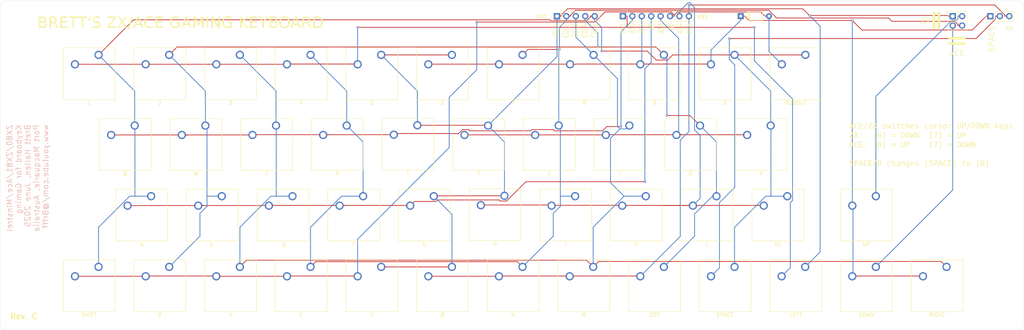
<source format=kicad_pcb>
(kicad_pcb (version 20241229) (generator "pcbnew") (generator_version "9.0")
  (title_block (title "ZX80 Gaming Keyboard") (date "27-Jun-2025") (rev "C") (company "Brett Hallen") (comment 1 "www.youtube.com/@Brfff"))
  (layers (0 "F.Cu" signal) (2 "B.Cu" signal) (13 "F.Paste" user) (15 "B.Paste" user) (5 "F.SilkS" user "F.Silkscreen") (7 "B.SilkS" user "B.Silkscreen") (1 "F.Mask" user) (3 "B.Mask" user) (25 "Edge.Cuts" user))
  (net 0 "")
  (net 1 "COL1")
  (net 2 "COL5")
  (net 3 "COL2")
  (net 4 "COL3")
  (net 5 "COL4")
  (net 6 "A9")
  (net 7 "A15")
  (net 8 "A11")
  (net 9 "A12")
  (net 10 "A13")
  (net 11 "A10")
  (net 12 "A8")
  (net 13 "A14")
  (net 14 "Net-(J3-Pin_2)")
  (net 15 "CUR_UP")
  (net 16 "CUR_DOWN")
  (footprint "Button_Switch_Keyboard:SW_Cherry_MX_1.00u_PCB" (layer "F.Cu") (at 217.2186 172.1856)
    (property "Reference" "SW37" (hide yes))
    (property "Value" "N")
  )
  (footprint "Button_Switch_Keyboard:SW_Cherry_MX_1.00u_PCB" (layer "F.Cu") (at 293.4637 115.0356)
    (property "Reference" "SW45" (hide yes))
    (property "Value" "RUBOUT")
  )
  (footprint "Button_Switch_Keyboard:SW_Cherry_MX_1.00u_PCB" (layer "F.Cu") (at 246.0186 134.0856)
    (property "Reference" "SW18" (hide yes))
    (property "Value" "I")
  )
  (footprint "Button_Switch_Keyboard:SW_Cherry_MX_1.00u_PCB" (layer "F.Cu") (at 117.0936 153.1356)
    (property "Reference" "SW21" (hide yes))
    (property "Value" "A")
  )
  (footprint "Button_Switch_Keyboard:SW_Cherry_MX_1.00u_PCB" (layer "F.Cu") (at 236.3738 115.0356)
    (property "Reference" "SW8" (hide yes))
    (property "Value" "8")
  )
  (footprint "Connector_PinHeader_2.54mm:PinHeader_1x03_P2.54mm_Vertical" (layer "F.Cu") (at 343.3436 104.5956 90)
    (property "Reference" "J3" (hide yes))
    (property "Value" "SPACE_ZERO" (hide yes))
  )
  (footprint "Button_Switch_Keyboard:SW_Cherry_MX_1.00u_PCB" (layer "F.Cu") (at 121.9686 172.1856)
    (property "Reference" "SW32" (hide yes))
    (property "Value" "Z")
  )
  (footprint "Button_Switch_Keyboard:SW_Cherry_MX_1.00u_PCB" (layer "F.Cu") (at 160.0686 115.0356)
    (property "Reference" "SW4" (hide yes))
    (property "Value" "4")
  )
  (footprint "Button_Switch_Keyboard:SW_Cherry_MX_1.00u_PCB" (layer "F.Cu") (at 207.9186 134.0856)
    (property "Reference" "SW16" (hide yes))
    (property "Value" "Y")
  )
  (footprint "Button_Switch_Keyboard:SW_Cherry_MX_1.00u_PCB" (layer "F.Cu") (at 265.0686 134.0856)
    (property "Reference" "SW19" (hide yes))
    (property "Value" "O")
  )
  (footprint "Button_Switch_Keyboard:SW_Cherry_MX_1.00u_PCB" (layer "F.Cu") (at 141.0186 115.0356)
    (property "Reference" "SW3" (hide yes))
    (property "Value" "3")
  )
  (footprint "Button_Switch_Keyboard:SW_Cherry_MX_1.00u_PCB" (layer "F.Cu") (at 121.9686 115.0356)
    (property "Reference" "SW2" (hide yes))
    (property "Value" "2")
  )
  (footprint "Connector_PinHeader_2.54mm:PinHeader_1x08_P2.54mm_Vertical" (layer "F.Cu") (at 244.2836 104.5956 90)
    (property "Reference" "J2" (hide yes))
    (property "Value" "KB2")
  )
  (footprint "Button_Switch_Keyboard:SW_Cherry_MX_1.00u_PCB" (layer "F.Cu") (at 331.5186 172.1856)
    (property "Reference" "SW44" (hide yes))
    (property "Value" "RIGHT")
  )
  (footprint "Button_Switch_Keyboard:SW_Cherry_MX_1.00u_PCB" (layer "F.Cu") (at 179.1186 172.1856)
    (property "Reference" "SW35" (hide yes))
    (property "Value" "V")
  )
  (footprint "Button_Switch_Keyboard:SW_Cherry_MX_1.00u_PCB" (layer "F.Cu") (at 312.4686 172.1856)
    (property "Reference" "SW42" (hide yes))
    (property "Value" "DOWN")
  )
  (footprint "Button_Switch_Keyboard:SW_Cherry_MX_1.00u_PCB" (layer "F.Cu") (at 288.5872 153.1356)
    (property "Reference" "SW30" (hide yes))
    (property "Value" "NL")
  )
  (footprint "Button_Switch_Keyboard:SW_Cherry_MX_1.00u_PCB" (layer "F.Cu") (at 274.3686 115.0356)
    (property "Reference" "SW10" (hide yes))
    (property "Value" "0")
  )
  (footprint "Button_Switch_Keyboard:SW_Cherry_MX_1.00u_PCB" (layer "F.Cu") (at 312.4686 153.1356)
    (property "Reference" "SW43" (hide yes))
    (property "Value" "UP")
  )
  (footprint "Button_Switch_Keyboard:SW_Cherry_MX_1.00u_PCB" (layer "F.Cu") (at 198.1814 172.1856)
    (property "Reference" "SW36" (hide yes))
    (property "Value" "B")
  )
  (footprint "Button_Switch_Keyboard:SW_Cherry_MX_1.00u_PCB" (layer "F.Cu") (at 255.3186 172.1856)
    (property "Reference" "SW39" (hide yes))
    (property "Value" "DOT")
  )
  (footprint "MountingHole:MountingHole_3.2mm_M3" (layer "F.Cu") (at 82.3786 119.2656)
    (property "Reference" "H3" (hide yes))
    (property "Value" "MountingHole" (hide yes))
  )
  (footprint "Button_Switch_Keyboard:SW_Cherry_MX_1.00u_PCB" (layer "F.Cu") (at 155.1936 153.1356)
    (property "Reference" "SW23" (hide yes))
    (property "Value" "D")
  )
  (footprint "Button_Switch_Keyboard:SW_Cherry_MX_1.00u_PCB" (layer "F.Cu") (at 198.1686 115.0356)
    (property "Reference" "SW6" (hide yes))
    (property "Value" "6")
  )
  (footprint "MountingHole:MountingHole_3.2mm_M3" (layer "F.Cu") (at 346.7786 119.2656)
    (property "Reference" "H4" (hide yes))
    (property "Value" "MountingHole" (hide yes))
  )
  (footprint "Button_Switch_Keyboard:SW_Cherry_MX_1.00u_PCB" (layer "F.Cu") (at 112.6686 134.0856)
    (property "Reference" "SW11" (hide yes))
    (property "Value" "Q")
  )
  (footprint "Button_Switch_Keyboard:SW_Cherry_MX_1.00u_PCB" (layer "F.Cu") (at 255.3186 115.0356)
    (property "Reference" "SW9" (hide yes))
    (property "Value" "9")
  )
  (footprint "Button_Switch_Keyboard:SW_Cherry_MX_1.00u_PCB" (layer "F.Cu") (at 160.0686 172.1856)
    (property "Reference" "SW34" (hide yes))
    (property "Value" "C")
  )
  (footprint "Button_Switch_Keyboard:SW_Cherry_MX_1.00u_PCB" (layer "F.Cu") (at 131.7186 134.0856)
    (property "Reference" "SW12" (hide yes))
    (property "Value" "W")
  )
  (footprint "Diode_THT:D_DO-35_SOD27_P7.62mm_Horizontal" (layer "F.Cu") (at 276.0336 104.5956)
    (property "Reference" "D1" (hide yes))
    (property "Value" "1N4148" (hide yes))
  )
  (footprint "Connector_PinHeader_2.54mm:PinHeader_1x05_P2.54mm_Vertical" (layer "F.Cu") (at 226.5036 104.5956 90)
    (property "Reference" "J1" (hide yes))
    (property "Value" "KB1")
  )
  (footprint "Button_Switch_Keyboard:SW_Cherry_MX_1.00u_PCB" (layer "F.Cu") (at 217.2186 115.0356)
    (property "Reference" "SW7" (hide yes))
    (property "Value" "7")
  )
  (footprint "Connector_PinHeader_2.54mm:PinHeader_2x02_P2.54mm_Vertical" (layer "F.Cu") (at 333.1836 104.5956)
    (property "Reference" "J4" (hide yes))
    (property "Value" "ZX_ACE" (hide yes))
  )
  (footprint "Button_Switch_Keyboard:SW_Cherry_MX_1.00u_PCB" (layer "F.Cu") (at 136.1436 153.1356)
    (property "Reference" "SW22" (hide yes))
    (property "Value" "S")
  )
  (footprint "Button_Switch_Keyboard:SW_Cherry_MX_1.00u_PCB" (layer "F.Cu") (at 102.9186 172.1856)
    (property "Reference" "SW31" (hide yes))
    (property "Value" "SHIFT")
  )
  (footprint "Button_Switch_Keyboard:SW_Cherry_MX_1.00u_PCB" (layer "F.Cu") (at 169.8186 134.0856)
    (property "Reference" "SW14" (hide yes))
    (property "Value" "R")
  )
  (footprint "Button_Switch_Keyboard:SW_Cherry_MX_1.00u_PCB" (layer "F.Cu") (at 231.3936 153.1356)
    (property "Reference" "SW27" (hide yes))
    (property "Value" "J")
  )
  (footprint "MountingHole:MountingHole_3.2mm_M3" (layer "F.Cu") (at 346.9786 177.2656)
    (property "Reference" "H2" (hide yes))
    (property "Value" "MountingHole" (hide yes))
  )
  (footprint "Button_Switch_Keyboard:SW_Cherry_MX_1.00u_PCB" (layer "F.Cu") (at 102.9186 115.0356)
    (property "Reference" "SW1" (hide yes))
    (property "Value" "1")
  )
  (footprint "Button_Switch_Keyboard:SW_Cherry_MX_1.00u_PCB" (layer "F.Cu") (at 250.4436 153.1356)
    (property "Reference" "SW28" (hide yes))
    (property "Value" "K")
  )
  (footprint "Button_Switch_Keyboard:SW_Cherry_MX_1.00u_PCB" (layer "F.Cu") (at 174.2436 153.1356)
    (property "Reference" "SW24" (hide yes))
    (property "Value" "F")
  )
  (footprint "MountingHole:MountingHole_3.2mm_M3" (layer "F.Cu") (at 82.3786 177.2656)
    (property "Reference" "H1" (hide yes))
    (property "Value" "MountingHole" (hide yes))
  )
  (footprint "Button_Switch_Keyboard:SW_Cherry_MX_1.00u_PCB" (layer "F.Cu") (at 150.7686 134.0856)
    (property "Reference" "SW13" (hide yes))
    (property "Value" "E")
  )
  (footprint "Button_Switch_Keyboard:SW_Cherry_MX_1.00u_PCB" (layer "F.Cu") (at 284.1186 134.0856)
    (property "Reference" "SW20" (hide yes))
    (property "Value" "P")
  )
  (footprint "Button_Switch_Keyboard:SW_Cherry_MX_1.00u_PCB" (layer "F.Cu") (at 293.4186 172.1856)
    (property "Reference" "SW41" (hide yes))
    (property "Value" "LEFT")
  )
  (footprint "Button_Switch_Keyboard:SW_Cherry_MX_1.00u_PCB" (layer "F.Cu") (at 274.3686 172.1856)
    (property "Reference" "SW40" (hide yes))
    (property "Value" "SPACE")
  )
  (footprint "Button_Switch_Keyboard:SW_Cherry_MX_1.00u_PCB" (layer "F.Cu") (at 141.0186 172.1856)
    (property "Reference" "SW33" (hide yes))
    (property "Value" "X")
  )
  (footprint "Button_Switch_Keyboard:SW_Cherry_MX_1.00u_PCB" (layer "F.Cu") (at 226.9686 134.0856)
    (property "Reference" "SW17" (hide yes))
    (property "Value" "U")
  )
  (footprint "Button_Switch_Keyboard:SW_Cherry_MX_1.00u_PCB" (layer "F.Cu") (at 193.2936 153.1356)
    (property "Reference" "SW25" (hide yes))
    (property "Value" "G")
  )
  (footprint "Button_Switch_Keyboard:SW_Cherry_MX_1.00u_PCB" (layer "F.Cu") (at 212.3436 153.019)
    (property "Reference" "SW26" (hide yes))
    (property "Value" "H")
  )
  (footprint "Button_Switch_Keyboard:SW_Cherry_MX_1.00u_PCB" (layer "F.Cu") (at 269.4936 153.1356)
    (property "Reference" "SW29" (hide yes))
    (property "Value" "L")
  )
  (footprint "Button_Switch_Keyboard:SW_Cherry_MX_1.00u_PCB" (layer "F.Cu") (at 188.8686 134.0113)
    (property "Reference" "SW15" (hide yes))
    (property "Value" "T")
  )
  (footprint "Button_Switch_Keyboard:SW_Cherry_MX_1.00u_PCB" (layer "F.Cu") (at 179.1186 115.0356)
    (property "Reference" "SW5" (hide yes))
    (property "Value" "5")
  )
  (footprint "Button_Switch_Keyboard:SW_Cherry_MX_1.00u_PCB" (layer "F.Cu") (at 236.2686 172.1856)
    (property "Reference" "SW38" (hide yes))
    (property "Value" "M")
  )
  (gr_poly (pts (xy 332.079591 112.125191) (xy 332.079591 111.825191) (xy 332.179591 111.725191) (xy 336.479591 111.725191) (xy 336.579591 111.825191) (xy 336.579591 112.125191) (xy 336.479591 112.225191) (xy 332.179591 112.225191)) (stroke (width 0.2)) (fill yes) (layer "F.SilkS"))
  (gr_poly (pts (xy 329.319531 103.526825) (xy 329.619531 103.526825) (xy 329.719531 103.626825) (xy 329.719531 107.926825) (xy 329.619531 108.026825) (xy 329.319531 108.026825) (xy 329.219531 107.926825) (xy 329.219531 103.626825)) (stroke (width 0.2)) (fill yes) (layer "F.SilkS"))
  (gr_poly (pts (xy 332.079591 110.725191) (xy 332.079591 110.425191) (xy 332.179591 110.325191) (xy 336.479591 110.325191) (xy 336.579591 110.425191) (xy 336.579591 110.725191) (xy 336.479591 110.825191) (xy 332.179591 110.825191)) (stroke (width 0.2)) (fill yes) (layer "F.SilkS"))
  (gr_poly (pts (xy 327.919531 103.526825) (xy 328.219531 103.526825) (xy 328.319531 103.626825) (xy 328.319531 107.926825) (xy 328.219531 108.026825) (xy 327.919531 108.026825) (xy 327.819531 107.926825) (xy 327.819531 103.626825)) (stroke (width 0.2)) (fill yes) (layer "F.SilkS"))
  (gr_arc (start 78.378594 189.265581) (mid 76.964391 188.679791) (end 76.378594 187.265581) (stroke (width 0.05)) (layer "Edge.Cuts"))
  (gr_line (start 352.378594 102.265581) (end 352.378594 187.265581) (stroke (width 0.05)) (layer "Edge.Cuts"))
  (gr_arc (start 350.378594 100.265581) (mid 351.792808 100.851367) (end 352.378594 102.265581) (stroke (width 0.05)) (layer "Edge.Cuts"))
  (gr_line (start 76.378594 187.265581) (end 76.378594 102.265581) (stroke (width 0.05)) (layer "Edge.Cuts"))
  (gr_arc (start 352.378594 187.265581) (mid 351.792808 188.679795) (end 350.378594 189.265581) (stroke (width 0.05)) (layer "Edge.Cuts"))
  (gr_line (start 78.378594 100.265581) (end 350.378594 100.265581) (stroke (width 0.05)) (layer "Edge.Cuts"))
  (gr_line (start 350.378594 189.265581) (end 78.378594 189.265581) (stroke (width 0.05)) (layer "Edge.Cuts"))
  (gr_arc (start 76.378594 102.265581) (mid 76.964387 100.851378) (end 78.378594 100.265581) (stroke (width 0.05)) (layer "Edge.Cuts"))
  (gr_text "Rev. C" (at 78.9686 186.4156 0) (layer "F.SilkS") (effects (font (size 1.5 1.5) (thickness 0.3) (bold yes)) (justify left bottom)))
  (gr_text "ACE" (at 332.139279 115.462682 0) (layer "F.SilkS") (effects (font (size 1.5 1.5)) (justify left bottom)))
  (gr_text "BRETT'S ZX/ACE GAMING KEYBOARD" (at 86.378594 108.265581 0) (layer "F.SilkS") (effects (font (size 3 3)) (justify left bottom)))
  (gr_text "ACE/ZX switches cursor UP/DOWN keys\nZX:  [6] = DOWN  [7] = UP\nACE: [6] = UP    [7] = DOWN\n\nSPACE/0 changes [SPACE] to [0]" (at 305.2436 145.2356 0) (layer "F.SilkS") (effects (font (size 1.5 1.5) (thickness 0.1)) (justify left bottom)))
  (gr_text "SPACE\n\n0" (at 349.330913 107.113489 90) (layer "F.SilkS") (effects (font (size 1.5 1.5)) (justify right bottom)))
  (gr_text "COL1\nCOL2\nCOL3\nCOL4\nCOL5" (at 237.528818 110.487714 90) (layer "F.SilkS") (effects (font (size 1.6 1)) (justify left bottom)))
  (gr_text "A11\nA10\nA12\nA9\nA13\nA8\nA14\nA15" (at 263.180561 106.3956 90) (layer "F.SilkS") (effects (font (size 1.6 1)) (justify right bottom)))
  (gr_text "ZX" (at 324.28442 106.715129 0) (layer "F.SilkS") (effects (font (size 1.5 1.5)) (justify left bottom)))
  (gr_text_box "ZX80/ZX81/Ace/Minstrel Keyboard for Gaming\nBrett Hallen, June 2025\nPort Macquarie, Australia\nwww.youtube.com/@Brfff" (start 86.0786 165.6106) (end 77.0786 132.7406) (margins 1.0025 1.0025 1.0025 1.0025) (angle 90) (layer "B.SilkS") (effects (font (size 1.5 1.5)) (justify left top mirror)) (border no))
  (segment (start 207.8443 134.0113) (end 207.9186 134.0856) (width 0.2) (layer "F.Cu") (net 1))
  (segment (start 333.1836 104.5956) (end 332.0319 104.5956) (width 0.2) (layer "F.Cu") (net 1))
  (segment (start 212.3436 153.019) (end 193.4102 153.019) (width 0.2) (layer "F.Cu") (net 1))
  (segment (start 188.8686 134.0113) (end 207.8443 134.0113) (width 0.2) (layer "F.Cu") (net 1))
  (segment (start 294.5663 104.4118) (end 292.7568 102.6023) (width 0.2) (layer "F.Cu") (net 1))
  (segment (start 179.1186 115.0356) (end 198.1686 115.0356) (width 0.2) (layer "F.Cu") (net 1))
  (segment (start 193.4102 153.019) (end 193.2936 153.1356) (width 0.2) (layer "F.Cu") (net 1))
  (segment (start 198.1814 172.1856) (end 179.1186 172.1856) (width 0.2) (layer "F.Cu") (net 1))
  (segment (start 227.6553 104.3076) (end 227.6553 104.5956) (width 0.2) (layer "F.Cu") (net 1))
  (segment (start 229.3606 102.6023) (end 227.6553 104.3076) (width 0.2) (layer "F.Cu") (net 1))
  (segment (start 292.7568 102.6023) (end 229.3606 102.6023) (width 0.2) (layer "F.Cu") (net 1))
  (segment (start 331.8481 104.4118) (end 294.5663 104.4118) (width 0.2) (layer "F.Cu") (net 1))
  (segment (start 226.5036 104.5956) (end 227.6553 104.5956) (width 0.2) (layer "F.Cu") (net 1))
  (segment (start 332.0319 104.5956) (end 331.8481 104.4118) (width 0.2) (layer "F.Cu") (net 1))
  (via (at 294.5663 104.4118) (size 0.6) (drill 0.3) (layers "F.Cu" "B.Cu") (net 1))
  (segment (start 198.1814 172.1856) (end 198.1814 158.0234) (width 0.2) (layer "B.Cu") (net 1))
  (segment (start 212.3436 138.5106) (end 207.9186 134.0856) (width 0.2) (layer "B.Cu") (net 1))
  (segment (start 226.5036 115.5006) (end 207.9186 134.0856) (width 0.2) (layer "B.Cu") (net 1))
  (segment (start 226.5036 104.5956) (end 226.5036 115.5006) (width 0.2) (layer "B.Cu") (net 1))
  (segment (start 198.1814 158.0234) (end 193.2936 153.1356) (width 0.2) (layer "B.Cu") (net 1))
  (segment (start 179.1186 115.0356) (end 188.8686 124.7856) (width 0.2) (layer "B.Cu") (net 1))
  (segment (start 293.4186 172.1856) (end 297.4544 168.1498) (width 0.2) (layer "B.Cu") (net 1))
  (segment (start 188.8686 124.7856) (end 188.8686 134.0113) (width 0.2) (layer "B.Cu") (net 1))
  (segment (start 297.4544 107.2999) (end 294.5663 104.4118) (width 0.2) (layer "B.Cu") (net 1))
  (segment (start 297.4544 168.1498) (end 297.4544 107.2999) (width 0.2) (layer "B.Cu") (net 1))
  (segment (start 212.3436 153.019) (end 212.3436 138.5106) (width 0.2) (layer "B.Cu") (net 1))
  (segment (start 256.3139 116.4403) (end 253.2526 116.4403) (width 0.2) (layer "F.Cu") (net 2))
  (segment (start 234.5879 105.7881) (end 235.5119 104.8641) (width 0.2) (layer "F.Cu") (net 2))
  (segment (start 224.7966 105.7881) (end 234.5879 105.7881) (width 0.2) (layer "F.Cu") (net 2))
  (segment (start 250.8327 114.0204) (end 238.5485 114.0204) (width 0.2) (layer "F.Cu") (net 2))
  (segment (start 293.4637 115.0356) (end 274.3686 115.0356) (width 0.2) (layer "F.Cu") (net 2))
  (segment (start 224.5835 105.575) (end 224.7966 105.7881) (width 0.2) (layer "F.Cu") (net 2))
  (segment (start 112.3792 105.575) (end 224.5835 105.575) (width 0.2) (layer "F.Cu") (net 2))
  (segment (start 253.2526 116.4403) (end 250.8327 114.0204) (width 0.2) (layer "F.Cu") (net 2))
  (segment (start 274.3686 115.0356) (end 257.7186 115.0356) (width 0.2) (layer "F.Cu") (net 2))
  (segment (start 235.5119 104.8641) (end 235.5119 104.5956) (width 0.2) (layer "F.Cu") (net 2))
  (segment (start 102.9186 115.0356) (end 112.3792 105.575) (width 0.2) (layer "F.Cu") (net 2))
  (segment (start 236.6636 104.5956) (end 235.5119 104.5956) (width 0.2) (layer "F.Cu") (net 2))
  (segment (start 257.7186 115.0356) (end 256.3139 116.4403) (width 0.2) (layer "F.Cu") (net 2))
  (via (at 238.5485 114.0204) (size 0.6) (drill 0.3) (layers "F.Cu" "B.Cu") (net 2))
  (segment (start 284.1186 134.0856) (end 284.1186 124.7856) (width 0.2) (layer "B.Cu") (net 2))
  (segment (start 282.7739 153.1356) (end 284.1694 153.1356) (width 0.2) (layer "B.Cu") (net 2))
  (segment (start 284.1694 153.1356) (end 288.5872 153.1356) (width 0.2) (layer "B.Cu") (net 2))
  (segment (start 284.1186 124.7856) (end 274.3686 115.0356) (width 0.2) (layer "B.Cu") (net 2))
  (segment (start 112.6686 134.0856) (end 112.7194 134.1364) (width 0.2) (layer "B.Cu") (net 2))
  (segment (start 102.9186 115.0356) (end 112.6686 124.7856) (width 0.2) (layer "B.Cu") (net 2))
  (segment (start 284.1186 134.0856) (end 284.1694 134.1364) (width 0.2) (layer "B.Cu") (net 2))
  (segment (start 112.6686 124.7856) (end 112.6686 134.0856) (width 0.2) (layer "B.Cu") (net 2))
  (segment (start 274.3686 172.1856) (end 274.3686 161.5409) (width 0.2) (layer "B.Cu") (net 2))
  (segment (start 102.9186 161.5053) (end 111.2883 153.1356) (width 0.2) (layer "B.Cu") (net 2))
  (segment (start 112.7194 134.1364) (end 112.7194 153.1356) (width 0.2) (layer "B.Cu") (net 2))
  (segment (start 238.5485 114.0204) (end 238.5485 107.6322) (width 0.2) (layer "B.Cu") (net 2))
  (segment (start 236.6636 104.5956) (end 236.6636 105.7473) (width 0.2) (layer "B.Cu") (net 2))
  (segment (start 284.1694 134.1364) (end 284.1694 153.1356) (width 0.2) (layer "B.Cu") (net 2))
  (segment (start 102.9186 172.1856) (end 102.9186 161.5053) (width 0.2) (layer "B.Cu") (net 2))
  (segment (start 238.5485 107.6322) (end 236.6636 105.7473) (width 0.2) (layer "B.Cu") (net 2))
  (segment (start 112.7194 153.1356) (end 117.0936 153.1356) (width 0.2) (layer "B.Cu") (net 2))
  (segment (start 111.2883 153.1356) (end 112.7194 153.1356) (width 0.2) (layer "B.Cu") (net 2))
  (segment (start 274.3686 161.5409) (end 282.7739 153.1356) (width 0.2) (layer "B.Cu") (net 2))
  (segment (start 334.5719 107.1356) (end 334.5719 106.8476) (width 0.2) (layer "F.Cu") (net 3))
  (segment (start 316.795 105.9839) (end 315.9069 105.0958) (width 0.2) (layer "F.Cu") (net 3))
  (segment (start 335.7236 107.1356) (end 334.5719 107.1356) (width 0.2) (layer "F.Cu") (net 3))
  (segment (start 333.7082 105.9839) (end 316.795 105.9839) (width 0.2) (layer "F.Cu") (net 3))
  (segment (start 215.8169 170.7839) (end 217.2186 172.1856) (width 0.2) (layer "F.Cu") (net 3))
  (segment (start 230.1953 104.3271) (end 230.1953 104.5956) (width 0.2) (layer "F.Cu") (net 3))
  (segment (start 227.1736 113.5443) (end 218.7099 113.5443) (width 0.2) (layer "F.Cu") (net 3))
  (segment (start 283.6201 103.004) (end 231.5184 103.004) (width 0.2) (layer "F.Cu") (net 3))
  (segment (start 218.7099 113.5443) (end 217.2186 115.0356) (width 0.2) (layer "F.Cu") (net 3))
  (segment (start 315.9069 105.0958) (end 285.7119 105.0958) (width 0.2) (layer "F.Cu") (net 3))
  (segment (start 334.5719 106.8476) (end 333.7082 105.9839) (width 0.2) (layer "F.Cu") (net 3))
  (segment (start 229.0436 104.5956) (end 230.1953 104.5956) (width 0.2) (layer "F.Cu") (net 3))
  (segment (start 285.7119 105.0958) (end 283.6201 103.004) (width 0.2) (layer "F.Cu") (net 3))
  (segment (start 160.0686 172.1856) (end 161.4703 170.7839) (width 0.2) (layer "F.Cu") (net 3))
  (segment (start 161.4703 170.7839) (end 215.8169 170.7839) (width 0.2) (layer "F.Cu") (net 3))
  (segment (start 231.5184 103.004) (end 230.1953 104.3271) (width 0.2) (layer "F.Cu") (net 3))
  (via (at 227.1736 113.5443) (size 0.6) (drill 0.3) (layers "F.Cu" "B.Cu") (net 3))
  (segment (start 226.9788 113.7391) (end 226.9788 134.0856) (width 0.2) (layer "B.Cu") (net 3))
  (segment (start 160.0686 161.5012) (end 168.4342 153.1356) (width 0.2) (layer "B.Cu") (net 3))
  (segment (start 169.8186 134.0856) (end 169.8186 124.7856) (width 0.2) (layer "B.Cu") (net 3))
  (segment (start 226.9686 134.0856) (end 226.9788 134.0856) (width 0.2) (layer "B.Cu") (net 3))
  (segment (start 227.4055 153.1356) (end 227.4055 155.8656) (width 0.2) (layer "B.Cu") (net 3))
  (segment (start 160.0686 172.1856) (end 160.0686 161.5012) (width 0.2) (layer "B.Cu") (net 3))
  (segment (start 227.4055 134.5123) (end 227.4055 153.1356) (width 0.2) (layer "B.Cu") (net 3))
  (segment (start 225.5005 157.7706) (end 225.5005 163.9037) (width 0.2) (layer "B.Cu") (net 3))
  (segment (start 174.2436 153.1356) (end 174.2436 138.5106) (width 0.2) (layer "B.Cu") (net 3))
  (segment (start 174.2436 138.5106) (end 169.8186 134.0856) (width 0.2) (layer "B.Cu") (net 3))
  (segment (start 225.5005 163.9037) (end 217.2186 172.1856) (width 0.2) (layer "B.Cu") (net 3))
  (segment (start 227.1736 113.5443) (end 226.9788 113.7391) (width 0.2) (layer "B.Cu") (net 3))
  (segment (start 227.1736 107.6173) (end 227.1736 113.5443) (width 0.2) (layer "B.Cu") (net 3))
  (segment (start 227.4055 155.8656) (end 225.5005 157.7706) (width 0.2) (layer "B.Cu") (net 3))
  (segment (start 168.4342 153.1356) (end 174.2436 153.1356) (width 0.2) (layer "B.Cu") (net 3))
  (segment (start 229.0436 104.5956) (end 229.0436 105.7473) (width 0.2) (layer "B.Cu") (net 3))
  (segment (start 169.8186 124.7856) (end 160.0686 115.0356) (width 0.2) (layer "B.Cu") (net 3))
  (segment (start 226.9788 134.0856) (end 227.4055 134.5123) (width 0.2) (layer "B.Cu") (net 3))
  (segment (start 231.3936 153.1356) (end 227.4055 153.1356) (width 0.2) (layer "B.Cu") (net 3))
  (segment (start 229.0436 105.7473) (end 227.1736 107.6173) (width 0.2) (layer "B.Cu") (net 3))
  (segment (start 237.7285 170.7257) (end 236.2686 172.1856) (width 0.2) (layer "F.Cu") (net 4))
  (segment (start 331.5186 172.1856) (end 330.0587 170.7257) (width 0.2) (layer "F.Cu") (net 4))
  (segment (start 142.822 170.3822) (end 141.0186 172.1856) (width 0.2) (layer "F.Cu") (net 4))
  (segment (start 236.2686 172.1856) (end 234.4652 170.3822) (width 0.2) (layer "F.Cu") (net 4))
  (segment (start 330.0587 170.7257) (end 237.7285 170.7257) (width 0.2) (layer "F.Cu") (net 4))
  (segment (start 234.4652 170.3822) (end 142.822 170.3822) (width 0.2) (layer "F.Cu") (net 4))
  (segment (start 242.8047 121.4663) (end 242.8047 134.3229) (width 0.2) (layer "B.Cu") (net 4))
  (segment (start 231.5836 110.2454) (end 233.9787 112.6405) (width 0.2) (layer "B.Cu") (net 4))
  (segment (start 233.9787 112.6405) (end 236.3738 115.0356) (width 0.2) (layer "B.Cu") (net 4))
  (segment (start 240.9269 149.4731) (end 244.5894 153.1356) (width 0.2) (layer "B.Cu") (net 4))
  (segment (start 150.7686 134.0856) (end 150.7686 124.7856) (width 0.2) (layer "B.Cu") (net 4))
  (segment (start 243.4781 134.9963) (end 245.1079 134.9963) (width 0.2) (layer "B.Cu") (net 4))
  (segment (start 236.2686 161.4564) (end 244.5894 153.1356) (width 0.2) (layer "B.Cu") (net 4))
  (segment (start 240.9269 137.5475) (end 240.9269 149.4731) (width 0.2) (layer "B.Cu") (net 4))
  (segment (start 150.8194 153.1356) (end 155.1936 153.1356) (width 0.2) (layer "B.Cu") (net 4))
  (segment (start 150.7686 134.0856) (end 150.8194 134.1364) (width 0.2) (layer "B.Cu") (net 4))
  (segment (start 231.5836 104.5956) (end 231.5836 110.2454) (width 0.2) (layer "B.Cu") (net 4))
  (segment (start 243.4781 134.9963) (end 240.9269 137.5475) (width 0.2) (layer "B.Cu") (net 4))
  (segment (start 141.0186 161.5053) (end 149.3883 153.1356) (width 0.2) (layer "B.Cu") (net 4))
  (segment (start 233.9787 112.6405) (end 233.9789 112.6405) (width 0.2) (layer "B.Cu") (net 4))
  (segment (start 244.5894 153.1356) (end 250.4436 153.1356) (width 0.2) (layer "B.Cu") (net 4))
  (segment (start 236.2686 172.1856) (end 236.2686 161.4564) (width 0.2) (layer "B.Cu") (net 4))
  (segment (start 233.9789 112.6405) (end 242.8047 121.4663) (width 0.2) (layer "B.Cu") (net 4))
  (segment (start 141.0186 172.1856) (end 141.0186 161.5053) (width 0.2) (layer "B.Cu") (net 4))
  (segment (start 242.8047 134.3229) (end 243.4781 134.9963) (width 0.2) (layer "B.Cu") (net 4))
  (segment (start 149.3883 153.1356) (end 150.8194 153.1356) (width 0.2) (layer "B.Cu") (net 4))
  (segment (start 150.7686 124.7856) (end 141.0186 115.0356) (width 0.2) (layer "B.Cu") (net 4))
  (segment (start 245.1079 134.9963) (end 246.0186 134.0856) (width 0.2) (layer "B.Cu") (net 4))
  (segment (start 150.8194 134.1364) (end 150.8194 153.1356) (width 0.2) (layer "B.Cu") (net 4))
  (segment (start 124.0944 112.9098) (end 237.5168 112.9098) (width 0.2) (layer "F.Cu") (net 5))
  (segment (start 253.1928 112.9098) (end 255.3186 115.0356) (width 0.2) (layer "F.Cu") (net 5))
  (segment (start 121.9686 115.0356) (end 124.0944 112.9098) (width 0.2) (layer "F.Cu") (net 5))
  (segment (start 237.5168 112.9098) (end 253.1928 112.9098) (width 0.2) (layer "F.Cu") (net 5))
  (segment (start 265.0686 134.0856) (end 262.3677 131.3847) (width 0.2) (layer "F.Cu") (net 5))
  (segment (start 262.3677 131.3847) (end 256.1318 131.3847) (width 0.2) (layer "F.Cu") (net 5))
  (via (at 256.1318 131.3847) (size 0.6) (drill 0.3) (layers "F.Cu" "B.Cu") (net 5))
  (via (at 237.5168 112.9098) (size 0.6) (drill 0.3) (layers "F.Cu" "B.Cu") (net 5))
  (segment (start 255.3186 115.0356) (end 256.1318 115.8488) (width 0.2) (layer "B.Cu") (net 5))
  (segment (start 263.6005 163.9037) (end 255.3186 172.1856) (width 0.2) (layer "B.Cu") (net 5))
  (segment (start 136.1436 153.1356) (end 132.1555 153.1356) (width 0.2) (layer "B.Cu") (net 5))
  (segment (start 131.7186 134.0856) (end 131.7186 124.7856) (width 0.2) (layer "B.Cu") (net 5))
  (segment (start 131.7186 134.0856) (end 132.1555 134.5225) (width 0.2) (layer "B.Cu") (net 5))
  (segment (start 237.5168 109.1405) (end 237.5168 112.9098) (width 0.2) (layer "B.Cu") (net 5))
  (segment (start 269.4936 153.1356) (end 269.4936 138.5106) (width 0.2) (layer "B.Cu") (net 5))
  (segment (start 269.4936 138.5106) (end 265.0686 134.0856) (width 0.2) (layer "B.Cu") (net 5))
  (segment (start 269.4936 153.1356) (end 268.3841 153.1356) (width 0.2) (layer "B.Cu") (net 5))
  (segment (start 256.1318 115.8488) (end 256.1318 131.3847) (width 0.2) (layer "B.Cu") (net 5))
  (segment (start 130.2505 163.9037) (end 121.9686 172.1856) (width 0.2) (layer "B.Cu") (net 5))
  (segment (start 132.1555 155.8656) (end 130.2505 157.7706) (width 0.2) (layer "B.Cu") (net 5))
  (segment (start 131.7186 124.7856) (end 121.9686 115.0356) (width 0.2) (layer "B.Cu") (net 5))
  (segment (start 132.1555 153.1356) (end 132.1555 155.8656) (width 0.2) (layer "B.Cu") (net 5))
  (segment (start 234.1236 105.7473) (end 237.5168 109.1405) (width 0.2) (layer "B.Cu") (net 5))
  (segment (start 132.1555 134.5225) (end 132.1555 153.1356) (width 0.2) (layer "B.Cu") (net 5))
  (segment (start 268.3841 153.1356) (end 263.6005 157.9192) (width 0.2) (layer "B.Cu") (net 5))
  (segment (start 130.2505 157.7706) (end 130.2505 163.9037) (width 0.2) (layer "B.Cu") (net 5))
  (segment (start 263.6005 157.9192) (end 263.6005 163.9037) (width 0.2) (layer "B.Cu") (net 5))
  (segment (start 234.1236 104.5956) (end 234.1236 105.7473) (width 0.2) (layer "B.Cu") (net 5))
  (segment (start 167.9629 155.6063) (end 167.8936 155.6756) (width 0.2) (layer "F.Cu") (net 6))
  (segment (start 194.2712 154.1404) (end 210.925 154.1404) (width 0.2) (layer "F.Cu") (net 6))
  (segment (start 186.8743 155.6063) (end 169.4763 155.6063) (width 0.2) (layer "F.Cu") (net 6))
  (segment (start 218.1199 149.2251) (end 250.1835 149.2251) (width 0.2) (layer "F.Cu") (net 6))
  (segment (start 129.7936 155.6756) (end 129.8053 155.6639) (width 0.2) (layer "F.Cu") (net 6))
  (segment (start 131.3187 155.6639) (end 148.8319 155.6639) (width 0.2) (layer "F.Cu") (net 6))
  (segment (start 169.4763 155.6063) (end 167.9629 155.6063) (width 0.2) (layer "F.Cu") (net 6))
  (segment (start 188.0819 154.5373) (end 193.8743 154.5373) (width 0.2) (layer "F.Cu") (net 6))
  (segment (start 169.4763 155.6063) (end 148.9129 155.6063) (width 0.2) (layer "F.Cu") (net 6))
  (segment (start 186.9436 155.6756) (end 186.8743 155.6063) (width 0.2) (layer "F.Cu") (net 6))
  (segment (start 110.7553 155.6639) (end 110.7436 155.6756) (width 0.2) (layer "F.Cu") (net 6))
  (segment (start 193.8743 154.5373) (end 194.2712 154.1404) (width 0.2) (layer "F.Cu") (net 6))
  (segment (start 211.2208 154.4362) (end 212.9088 154.4362) (width 0.2) (layer "F.Cu") (net 6))
  (segment (start 129.8053 155.6639) (end 131.3187 155.6639) (width 0.2) (layer "F.Cu") (net 6))
  (segment (start 186.9436 155.6756) (end 188.0819 154.5373) (width 0.2) (layer "F.Cu") (net 6))
  (segment (start 210.925 154.1404) (end 211.2208 154.4362) (width 0.2) (layer "F.Cu") (net 6))
  (segment (start 212.9088 154.4362) (end 218.1199 149.2251) (width 0.2) (layer "F.Cu") (net 6))
  (segment (start 148.8319 155.6639) (end 148.8436 155.6756) (width 0.2) (layer "F.Cu") (net 6))
  (segment (start 148.9129 155.6063) (end 148.8436 155.6756) (width 0.2) (layer "F.Cu") (net 6))
  (segment (start 131.3187 155.6639) (end 110.7553 155.6639) (width 0.2) (layer "F.Cu") (net 6))
  (via (at 250.1835 149.2251) (size 0.6) (drill 0.3) (layers "F.Cu" "B.Cu") (net 6))
  (segment (start 250.1835 118.7853) (end 250.1835 149.2251) (width 0.2) (layer "B.Cu") (net 6))
  (segment (start 251.9036 104.5956) (end 251.9036 117.0652) (width 0.2) (layer "B.Cu") (net 6))
  (segment (start 251.9036 117.0652) (end 250.1835 118.7853) (width 0.2) (layer "B.Cu") (net 6))
  (segment (start 191.8431 174.7139) (end 210.8569 174.7139) (width 0.2) (layer "F.Cu") (net 7))
  (segment (start 248.8993 174.6563) (end 229.9879 174.6563) (width 0.2) (layer "F.Cu") (net 7))
  (segment (start 248.9686 174.7256) (end 248.8993 174.6563) (width 0.2) (layer "F.Cu") (net 7))
  (segment (start 210.9379 174.6563) (end 210.8686 174.7256) (width 0.2) (layer "F.Cu") (net 7))
  (segment (start 348.4236 104.5956) (end 347.2719 104.5956) (width 0.2) (layer "F.Cu") (net 7))
  (segment (start 344.5348 101.59) (end 262.0636 101.59) (width 0.2) (layer "F.Cu") (net 7))
  (segment (start 191.8314 174.7256) (end 191.8431 174.7139) (width 0.2) (layer "F.Cu") (net 7))
  (segment (start 229.9879 174.6563) (end 229.9186 174.7256) (width 0.2) (layer "F.Cu") (net 7))
  (segment (start 229.8493 174.6563) (end 210.9379 174.6563) (width 0.2) (layer "F.Cu") (net 7))
  (segment (start 229.9186 174.7256) (end 229.8493 174.6563) (width 0.2) (layer "F.Cu") (net 7))
  (segment (start 347.2719 104.5956) (end 347.2719 104.3271) (width 0.2) (layer "F.Cu") (net 7))
  (segment (start 210.8569 174.7139) (end 210.8686 174.7256) (width 0.2) (layer "F.Cu") (net 7))
  (segment (start 347.2719 104.3271) (end 344.5348 101.59) (width 0.2) (layer "F.Cu") (net 7))
  (via (at 262.0636 101.59) (size 0.6) (drill 0.3) (layers "F.Cu" "B.Cu") (net 7))
  (segment (start 259.743 163.9512) (end 248.9686 174.7256) (width 0.2) (layer "B.Cu") (net 7))
  (segment (start 262.0636 104.5956) (end 262.0636 135.7052) (width 0.2) (layer "B.Cu") (net 7))
  (segment (start 262.0636 104.0197) (end 262.0636 104.5956) (width 0.2) (layer "B.Cu") (net 7))
  (segment (start 259.743 138.0258) (end 259.743 163.9512) (width 0.2) (layer "B.Cu") (net 7))
  (segment (start 262.0636 104.0197) (end 262.0636 103.4439) (width 0.2) (layer "B.Cu") (net 7))
  (segment (start 262.0636 135.7052) (end 259.743 138.0258) (width 0.2) (layer "B.Cu") (net 7))
  (segment (start 262.0636 103.4439) (end 262.0636 101.59) (width 0.2) (layer "B.Cu") (net 7))
  (segment (start 245.4353 104.5956) (end 245.4353 107.5975) (width 0.2) (layer "F.Cu") (net 8))
  (segment (start 279.7168 107.5975) (end 245.4353 107.5975) (width 0.2) (layer "F.Cu") (net 8))
  (segment (start 172.7686 117.5756) (end 172.6993 117.5063) (width 0.2) (layer "F.Cu") (net 8))
  (segment (start 115.6303 117.5639) (end 134.6569 117.5639) (width 0.2) (layer "F.Cu") (net 8))
  (segment (start 134.6803 117.5639) (end 153.7069 117.5639) (width 0.2) (layer "F.Cu") (net 8))
  (segment (start 115.6186 117.5756) (end 115.6303 117.5639) (width 0.2) (layer "F.Cu") (net 8))
  (segment (start 153.7069 117.5639) (end 153.7186 117.5756) (width 0.2) (layer "F.Cu") (net 8))
  (segment (start 134.6569 117.5639) (end 134.6686 117.5756) (width 0.2) (layer "F.Cu") (net 8))
  (segment (start 172.6993 117.5063) (end 153.7879 117.5063) (width 0.2) (layer "F.Cu") (net 8))
  (segment (start 115.6069 117.5639) (end 115.6186 117.5756) (width 0.2) (layer "F.Cu") (net 8))
  (segment (start 245.4353 107.5975) (end 172.7686 107.5975) (width 0.2) (layer "F.Cu") (net 8))
  (segment (start 134.6686 117.5756) (end 134.6803 117.5639) (width 0.2) (layer "F.Cu") (net 8))
  (segment (start 96.5803 117.5639) (end 115.6069 117.5639) (width 0.2) (layer "F.Cu") (net 8))
  (segment (start 96.5686 117.5756) (end 96.5803 117.5639) (width 0.2) (layer "F.Cu") (net 8))
  (segment (start 244.2836 104.5956) (end 245.4353 104.5956) (width 0.2) (layer "F.Cu") (net 8))
  (segment (start 153.7879 117.5063) (end 153.7186 117.5756) (width 0.2) (layer "F.Cu") (net 8))
  (via (at 172.7686 107.5975) (size 0.6) (drill 0.3) (layers "F.Cu" "B.Cu") (net 8))
  (via (at 279.7168 107.5975) (size 0.6) (drill 0.3) (layers "F.Cu" "B.Cu") (net 8))
  (segment (start 279.7168 116.6187) (end 290.0159 126.9178) (width 0.2) (layer "B.Cu") (net 8))
  (segment (start 290.0159 126.9178) (end 290.0159 154.2469) (width 0.2) (layer "B.Cu") (net 8))
  (segment (start 279.7168 107.5975) (end 279.7168 116.6187) (width 0.2) (layer "B.Cu") (net 8))
  (segment (start 290.0159 154.2469) (end 289.4004 154.8624) (width 0.2) (layer "B.Cu") (net 8))
  (segment (start 289.4004 172.3938) (end 287.0686 174.7256) (width 0.2) (layer "B.Cu") (net 8))
  (segment (start 289.4004 154.8624) (end 289.4004 172.3938) (width 0.2) (layer "B.Cu") (net 8))
  (segment (start 172.7686 117.5756) (end 172.7686 107.5975) (width 0.2) (layer "B.Cu") (net 8))
  (segment (start 278.2886 105.7489) (end 306.1186 105.7489) (width 0.2) (layer "F.Cu") (net 9))
  (segment (start 231.6065 117.5063) (end 231.5372 117.5756) (width 0.2) (layer "F.Cu") (net 9))
  (segment (start 191.8533 117.5409) (end 191.8186 117.5756) (width 0.2) (layer "F.Cu") (net 9))
  (segment (start 230.0238 117.5756) (end 229.9891 117.5409) (width 0.2) (layer "F.Cu") (net 9))
  (segment (start 253.7506 117.5063) (end 253.7521 117.5078) (width 0.2) (layer "F.Cu") (net 9))
  (segment (start 253.7521 117.5078) (end 255.8144 117.5078) (width 0.2) (layer "F.Cu") (net 9))
  (segment (start 255.8159 117.5063) (end 267.9493 117.5063) (width 0.2) (layer "F.Cu") (net 9))
  (segment (start 210.8339 117.5409) (end 191.8533 117.5409) (width 0.2) (layer "F.Cu") (net 9))
  (segment (start 248.9686 117.5756) (end 248.8993 117.5063) (width 0.2) (layer "F.Cu") (net 9))
  (segment (start 231.5372 117.5756) (end 230.0238 117.5756) (width 0.2) (layer "F.Cu") (net 9))
  (segment (start 210.8686 117.5756) (end 210.8339 117.5409) (width 0.2) (layer "F.Cu") (net 9))
  (segment (start 248.9686 117.5756) (end 249.0379 117.5063) (width 0.2) (layer "F.Cu") (net 9))
  (segment (start 343.3436 104.5956) (end 342.1919 104.5956) (width 0.2) (layer "F.Cu") (net 9))
  (segment (start 306.1186 174.7256) (end 306.1899 174.6543) (width 0.2) (layer "F.Cu") (net 9))
  (segment (start 210.9033 117.5409) (end 210.8686 117.5756) (width 0.2) (layer "F.Cu") (net 9))
  (segment (start 308.6942 108.3245) (end 338.463 108.3245) (width 0.2) (layer "F.Cu") (net 9))
  (segment (start 249.0379 117.5063) (end 253.7506 117.5063) (width 0.2) (layer "F.Cu") (net 9))
  (segment (start 277.1353 104.5956) (end 278.2886 105.7489) (width 0.2) (layer "F.Cu") (net 9))
  (segment (start 267.9493 117.5063) (end 268.0186 117.5756) (width 0.2) (layer "F.Cu") (net 9))
  (segment (start 306.1186 105.7489) (end 308.6942 108.3245) (width 0.2) (layer "F.Cu") (net 9))
  (segment (start 306.1899 174.6543) (end 325.0973 174.6543) (width 0.2) (layer "F.Cu") (net 9))
  (segment (start 325.0973 174.6543) (end 325.1686 174.7256) (width 0.2) (layer "F.Cu") (net 9))
  (segment (start 229.9891 117.5409) (end 210.9033 117.5409) (width 0.2) (layer "F.Cu") (net 9))
  (segment (start 255.8144 117.5078) (end 255.8159 117.5063) (width 0.2) (layer "F.Cu") (net 9))
  (segment (start 276.0336 104.5956) (end 277.1353 104.5956) (width 0.2) (layer "F.Cu") (net 9))
  (segment (start 338.463 108.3245) (end 342.1919 104.5956) (width 0.2) (layer "F.Cu") (net 9))
  (segment (start 248.8993 117.5063) (end 231.6065 117.5063) (width 0.2) (layer "F.Cu") (net 9))
  (via (at 306.1186 105.7489) (size 0.6) (drill 0.3) (layers "F.Cu" "B.Cu") (net 9))
  (segment (start 249.3636 104.5956) (end 249.3636 117.1806) (width 0.2) (layer "B.Cu") (net 9))
  (segment (start 306.1186 155.6756) (end 306.2899 155.8469) (width 0.2) (layer "B.Cu") (net 9))
  (segment (start 306.1186 155.6756) (end 306.1186 105.7489) (width 0.2) (layer "B.Cu") (net 9))
  (segment (start 268.0186 113.7123) (end 268.0186 117.5756) (width 0.2) (layer "B.Cu") (net 9))
  (segment (start 276.0336 104.5956) (end 276.0336 105.6973) (width 0.2) (layer "B.Cu") (net 9))
  (segment (start 249.3636 117.1806) (end 248.9686 117.5756) (width 0.2) (layer "B.Cu") (net 9))
  (segment (start 306.2899 174.5543) (end 306.1186 174.7256) (width 0.2) (layer "B.Cu") (net 9))
  (segment (start 306.2899 155.8469) (end 306.2899 174.5543) (width 0.2) (layer "B.Cu") (net 9))
  (segment (start 276.0336 105.6973) (end 268.0186 113.7123) (width 0.2) (layer "B.Cu") (net 9))
  (segment (start 277.6993 136.5563) (end 260.3013 136.5563) (width 0.2) (layer "F.Cu") (net 10))
  (segment (start 220.5839 136.5909) (end 201.6033 136.5909) (width 0.2) (layer "F.Cu") (net 10))
  (segment (start 239.7033 136.5909) (end 239.6686 136.6256) (width 0.2) (layer "F.Cu") (net 10))
  (segment (start 260.3013 136.5563) (end 239.7379 136.5563) (width 0.2) (layer "F.Cu") (net 10))
  (segment (start 239.7379 136.5563) (end 239.7033 136.5909) (width 0.2) (layer "F.Cu") (net 10))
  (segment (start 220.6533 136.5909) (end 220.6186 136.6256) (width 0.2) (layer "F.Cu") (net 10))
  (segment (start 201.6033 136.5909) (end 201.5686 136.6256) (width 0.2) (layer "F.Cu") (net 10))
  (segment (start 277.7686 136.6256) (end 277.6993 136.5563) (width 0.2) (layer "F.Cu") (net 10))
  (segment (start 260.3013 136.5563) (end 258.7879 136.5563) (width 0.2) (layer "F.Cu") (net 10))
  (segment (start 239.7033 136.5909) (end 220.6533 136.5909) (width 0.2) (layer "F.Cu") (net 10))
  (segment (start 220.6186 136.6256) (end 220.5839 136.5909) (width 0.2) (layer "F.Cu") (net 10))
  (segment (start 258.7879 136.5563) (end 258.7186 136.6256) (width 0.2) (layer "F.Cu") (net 10))
  (segment (start 259.3119 110.6156) (end 259.3119 136.0323) (width 0.2) (layer "B.Cu") (net 10))
  (segment (start 254.4436 104.5956) (end 254.4436 105.7473) (width 0.2) (layer "B.Cu") (net 10))
  (segment (start 259.3119 136.0323) (end 258.7186 136.6256) (width 0.2) (layer "B.Cu") (net 10))
  (segment (start 254.4436 105.7473) (end 259.3119 110.6156) (width 0.2) (layer "B.Cu") (net 10))
  (segment (start 144.4186 136.6256) (end 144.4069 136.6139) (width 0.2) (layer "F.Cu") (net 11))
  (segment (start 165.0563 136.5513) (end 163.5429 136.5513) (width 0.2) (layer "F.Cu") (net 11))
  (segment (start 225.5633 135.1799) (end 225.8838 135.5004) (width 0.2) (layer "F.Cu") (net 11))
  (segment (start 199.9607 136.2512) (end 201.0294 135.1825) (width 0.2) (layer "F.Cu") (net 11))
  (segment (start 219.8073 135.1799) (end 225.5633 135.1799) (width 0.2) (layer "F.Cu") (net 11))
  (segment (start 144.4069 136.6139) (end 126.8937 136.6139) (width 0.2) (layer "F.Cu") (net 11))
  (segment (start 126.8937 136.6139) (end 125.3803 136.6139) (width 0.2) (layer "F.Cu") (net 11))
  (segment (start 165.0563 136.5513) (end 144.4929 136.5513) (width 0.2) (layer "F.Cu") (net 11))
  (segment (start 125.3803 136.6139) (end 125.3686 136.6256) (width 0.2) (layer "F.Cu") (net 11))
  (segment (start 201.0294 135.1825) (end 202.6655 135.1825) (width 0.2) (layer "F.Cu") (net 11))
  (segment (start 202.9848 135.5018) (end 219.4854 135.5018) (width 0.2) (layer "F.Cu") (net 11))
  (segment (start 163.5429 136.5513) (end 163.4686 136.6256) (width 0.2) (layer "F.Cu") (net 11))
  (segment (start 225.8838 135.5004) (end 238.8115 135.5004) (width 0.2) (layer "F.Cu") (net 11))
  (segment (start 219.4854 135.5018) (end 219.8073 135.1799) (width 0.2) (layer "F.Cu") (net 11))
  (segment (start 126.8937 136.6139) (end 106.3303 136.6139) (width 0.2) (layer "F.Cu") (net 11))
  (segment (start 202.6655 135.1825) (end 202.9848 135.5018) (width 0.2) (layer "F.Cu") (net 11))
  (segment (start 182.5186 136.5513) (end 182.8187 136.2512) (width 0.2) (layer "F.Cu") (net 11))
  (segment (start 182.8187 136.2512) (end 199.9607 136.2512) (width 0.2) (layer "F.Cu") (net 11))
  (segment (start 238.8115 135.5004) (end 239.9538 134.3581) (width 0.2) (layer "F.Cu") (net 11))
  (segment (start 239.9538 134.3581) (end 243.7558 134.3581) (width 0.2) (layer "F.Cu") (net 11))
  (segment (start 144.4929 136.5513) (end 144.4186 136.6256) (width 0.2) (layer "F.Cu") (net 11))
  (segment (start 106.3303 136.6139) (end 106.3186 136.6256) (width 0.2) (layer "F.Cu") (net 11))
  (segment (start 182.5186 136.5513) (end 165.0563 136.5513) (width 0.2) (layer "F.Cu") (net 11))
  (via (at 243.7558 134.3581) (size 0.6) (drill 0.3) (layers "F.Cu" "B.Cu") (net 11))
  (segment (start 243.7558 108.8151) (end 246.8236 105.7473) (width 0.2) (layer "B.Cu") (net 11))
  (segment (start 243.7558 134.3581) (end 243.7558 108.8151) (width 0.2) (layer "B.Cu") (net 11))
  (segment (start 246.8236 104.5956) (end 246.8236 105.7473) (width 0.2) (layer "B.Cu") (net 11))
  (segment (start 96.5686 174.7256) (end 96.5803 174.7139) (width 0.2) (layer "F.Cu") (net 12))
  (segment (start 115.6879 174.6563) (end 115.6186 174.7256) (width 0.2) (layer "F.Cu") (net 12))
  (segment (start 283.6536 104.5956) (end 282.5519 104.5956) (width 0.2) (layer "F.Cu") (net 12))
  (segment (start 258.1353 104.5956) (end 258.1353 104.3077) (width 0.2) (layer "F.Cu") (net 12))
  (segment (start 256.9836 104.5956) (end 258.1353 104.5956) (width 0.2) (layer "F.Cu") (net 12))
  (segment (start 258.1353 104.3077) (end 258.9991 103.4439) (width 0.2) (layer "F.Cu") (net 12))
  (segment (start 281.4002 103.4439) (end 282.5519 104.5956) (width 0.2) (layer "F.Cu") (net 12))
  (segment (start 239.4583 103.4439) (end 236.7124 106.1898) (width 0.2) (layer "F.Cu") (net 12))
  (segment (start 153.7879 174.6563) (end 153.7186 174.7256) (width 0.2) (layer "F.Cu") (net 12))
  (segment (start 115.6069 174.7139) (end 115.6186 174.7256) (width 0.2) (layer "F.Cu") (net 12))
  (segment (start 153.7069 174.7139) (end 134.6803 174.7139) (width 0.2) (layer "F.Cu") (net 12))
  (segment (start 257.2715 103.4439) (end 239.4583 103.4439) (width 0.2) (layer "F.Cu") (net 12))
  (segment (start 172.7686 174.7256) (end 172.6993 174.6563) (width 0.2) (layer "F.Cu") (net 12))
  (segment (start 134.6686 174.7256) (end 134.5993 174.6563) (width 0.2) (layer "F.Cu") (net 12))
  (segment (start 134.6803 174.7139) (end 134.6686 174.7256) (width 0.2) (layer "F.Cu") (net 12))
  (segment (start 172.6993 174.6563) (end 153.7879 174.6563) (width 0.2) (layer "F.Cu") (net 12))
  (segment (start 96.5803 174.7139) (end 115.6069 174.7139) (width 0.2) (layer "F.Cu") (net 12))
  (segment (start 236.7124 106.1898) (end 204.8748 106.1898) (width 0.2) (layer "F.Cu") (net 12))
  (segment (start 258.9991 103.4439) (end 281.4002 103.4439) (width 0.2) (layer "F.Cu") (net 12))
  (segment (start 134.5993 174.6563) (end 115.6879 174.6563) (width 0.2) (layer "F.Cu") (net 12))
  (segment (start 153.7186 174.7256) (end 153.7069 174.7139) (width 0.2) (layer "F.Cu") (net 12))
  (segment (start 258.1353 104.3077) (end 257.2715 103.4439) (width 0.2) (layer "F.Cu") (net 12))
  (via (at 204.8748 106.1898) (size 0.6) (drill 0.3) (layers "F.Cu" "B.Cu") (net 12))
  (segment (start 204.8748 119.0466) (end 204.8748 106.1898) (width 0.2) (layer "B.Cu") (net 12))
  (segment (start 172.7686 164.7155) (end 197.4532 140.0309) (width 0.2) (layer "B.Cu") (net 12))
  (segment (start 197.4532 126.4682) (end 204.8748 119.0466) (width 0.2) (layer "B.Cu") (net 12))
  (segment (start 172.7686 174.7256) (end 172.7686 164.7155) (width 0.2) (layer "B.Cu") (net 12))
  (segment (start 283.6536 104.5956) (end 283.6536 114.1155) (width 0.2) (layer "B.Cu") (net 12))
  (segment (start 283.6536 114.1155) (end 287.1137 117.5756) (width 0.2) (layer "B.Cu") (net 12))
  (segment (start 197.4532 140.0309) (end 197.4532 126.4682) (width 0.2) (layer "B.Cu") (net 12))
  (segment (start 263.0743 155.6063) (end 253.6186 155.6063) (width 0.2) (layer "F.Cu") (net 13))
  (segment (start 206.0576 155.495) (end 224.9533 155.495) (width 0.2) (layer "F.Cu") (net 13))
  (segment (start 205.9936 155.559) (end 206.0576 155.495) (width 0.2) (layer "F.Cu") (net 13))
  (segment (start 244.1629 155.6063) (end 244.0936 155.6756) (width 0.2) (layer "F.Cu") (net 13))
  (segment (start 244.0033 155.5853) (end 244.0936 155.6756) (width 0.2) (layer "F.Cu") (net 13))
  (segment (start 282.1679 155.6063) (end 282.2372 155.6756) (width 0.2) (layer "F.Cu") (net 13))
  (segment (start 225.0436 155.5853) (end 225.0436 155.6756) (width 0.2) (layer "F.Cu") (net 13))
  (segment (start 253.6186 155.6063) (end 244.1629 155.6063) (width 0.2) (layer "F.Cu") (net 13))
  (segment (start 263.1436 155.6756) (end 263.0743 155.6063) (width 0.2) (layer "F.Cu") (net 13))
  (segment (start 225.0436 155.5853) (end 244.0033 155.5853) (width 0.2) (layer "F.Cu") (net 13))
  (segment (start 253.6186 155.6063) (end 282.1679 155.6063) (width 0.2) (layer "F.Cu") (net 13))
  (segment (start 224.9533 155.495) (end 225.0436 155.5853) (width 0.2) (layer "F.Cu") (net 13))
  (segment (start 262.3173 100.9563) (end 263.5861 102.2251) (width 0.2) (layer "B.Cu") (net 13))
  (segment (start 259.5236 104.5956) (end 259.5236 103.2776) (width 0.2) (layer "B.Cu") (net 13))
  (segment (start 265.0927 153.7265) (end 263.1436 155.6756) (width 0.2) (layer "B.Cu") (net 13))
  (segment (start 261.8449 100.9563) (end 262.3173 100.9563) (width 0.2) (layer "B.Cu") (net 13))
  (segment (start 265.0927 136.7528) (end 265.0927 153.7265) (width 0.2) (layer "B.Cu") (net 13))
  (segment (start 259.5236 103.2776) (end 261.8449 100.9563) (width 0.2) (layer "B.Cu") (net 13))
  (segment (start 263.5861 102.2251) (end 263.5861 135.2462) (width 0.2) (layer "B.Cu") (net 13))
  (segment (start 263.5861 135.2462) (end 265.0927 136.7528) (width 0.2) (layer "B.Cu") (net 13))
  (segment (start 344.7319 104.5956) (end 344.7319 105.3874) (width 0.2) (layer "F.Cu") (net 14))
  (segment (start 339.4864 110.6329) (end 272.9619 110.6329) (width 0.2) (layer "F.Cu") (net 14))
  (segment (start 345.8836 104.5956) (end 344.7319 104.5956) (width 0.2) (layer "F.Cu") (net 14))
  (segment (start 344.7319 105.3874) (end 339.4864 110.6329) (width 0.2) (layer "F.Cu") (net 14))
  (via (at 272.9619 110.6329) (size 0.6) (drill 0.3) (layers "F.Cu" "B.Cu") (net 14))
  (segment (start 270.3068 172.4374) (end 270.3068 154.8624) (width 0.2) (layer "B.Cu") (net 14))
  (segment (start 274.4187 150.7505) (end 274.4187 117.7288) (width 0.2) (layer "B.Cu") (net 14))
  (segment (start 268.0186 174.7256) (end 270.3068 172.4374) (width 0.2) (layer "B.Cu") (net 14))
  (segment (start 272.9619 116.272) (end 272.9619 110.6329) (width 0.2) (layer "B.Cu") (net 14))
  (segment (start 274.4187 117.7288) (end 272.9619 116.272) (width 0.2) (layer "B.Cu") (net 14))
  (segment (start 270.3068 154.8624) (end 274.4187 150.7505) (width 0.2) (layer "B.Cu") (net 14))
  (segment (start 334.5719 105.3874) (end 334.212 105.7473) (width 0.2) (layer "B.Cu") (net 15))
  (segment (start 334.212 105.7473) (end 332.9358 105.7473) (width 0.2) (layer "B.Cu") (net 15))
  (segment (start 312.4686 126.2145) (end 312.4686 153.1356) (width 0.2) (layer "B.Cu") (net 15))
  (segment (start 334.5719 104.5956) (end 334.5719 105.3874) (width 0.2) (layer "B.Cu") (net 15))
  (segment (start 332.9358 105.7473) (end 312.4686 126.2145) (width 0.2) (layer "B.Cu") (net 15))
  (segment (start 335.7236 104.5956) (end 334.5719 104.5956) (width 0.2) (layer "B.Cu") (net 15))
  (segment (start 333.1836 107.1356) (end 333.1836 151.4706) (width 0.2) (layer "B.Cu") (net 16))
  (segment (start 333.1836 151.4706) (end 312.4686 172.1856) (width 0.2) (layer "B.Cu") (net 16))
)
</source>
